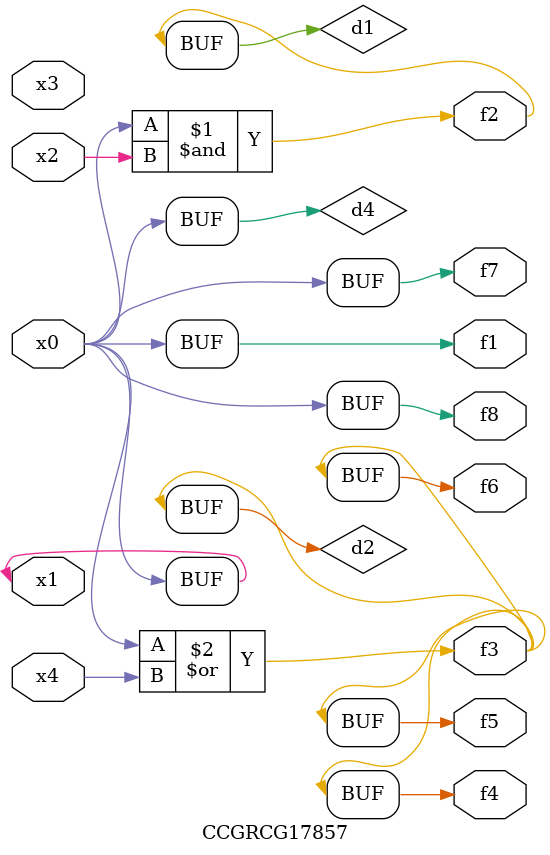
<source format=v>
module CCGRCG17857(
	input x0, x1, x2, x3, x4,
	output f1, f2, f3, f4, f5, f6, f7, f8
);

	wire d1, d2, d3, d4;

	and (d1, x0, x2);
	or (d2, x0, x4);
	nand (d3, x0, x2);
	buf (d4, x0, x1);
	assign f1 = d4;
	assign f2 = d1;
	assign f3 = d2;
	assign f4 = d2;
	assign f5 = d2;
	assign f6 = d2;
	assign f7 = d4;
	assign f8 = d4;
endmodule

</source>
